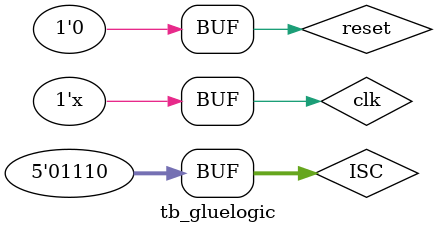
<source format=v>
`timescale 1ns / 1ps


module tb_gluelogic;

	// Inputs
	reg clk;
	reg reset;
	reg [4:0] ISC;

	// Outputs
	wire [31:0] out_rl0;
	wire [31:0] out_rl1;
	wire [31:0] out_rl2;
	wire [31:0] out_rl3;
	wire [31:0] out_rl4;
	wire [31:0] out_rl5;
	wire [31:0] out_rl6;
	wire [31:0] out_rl7;
	wire [31:0] out_rl8;
	wire [31:0] out_rl9;
	wire [31:0] out_rl10;
	wire [31:0] out_rl11;
	wire [31:0] out_img0;
	wire [31:0] out_img1;
	wire [31:0] out_img2;
	wire [31:0] out_img3;
	wire [31:0] out_img4;
	wire [31:0] out_img5;
	wire [31:0] out_img6;
	wire [31:0] out_img7;
	wire [31:0] out_img8;
	wire [31:0] out_img9;
	wire [31:0] out_img10;
	wire [31:0] out_img11;

	// Instantiate the Unit Under Test (UUT)
	glue_logic uut (
		.clk(clk), 
		.reset(reset), 
		.ISC(ISC), 
		.out_rl0(out_rl0), 
		.out_rl1(out_rl1), 
		.out_rl2(out_rl2), 
		.out_rl3(out_rl3), 
		.out_rl4(out_rl4), 
		.out_rl5(out_rl5), 
		.out_rl6(out_rl6), 
		.out_rl7(out_rl7), 
		.out_rl8(out_rl8), 
		.out_rl9(out_rl9), 
		.out_rl10(out_rl10), 
		.out_rl11(out_rl11), 
		.out_img0(out_img0), 
		.out_img1(out_img1), 
		.out_img2(out_img2), 
		.out_img3(out_img3), 
		.out_img4(out_img4), 
		.out_img5(out_img5), 
		.out_img6(out_img6), 
		.out_img7(out_img7), 
		.out_img8(out_img8), 
		.out_img9(out_img9), 
		.out_img10(out_img10), 
		.out_img11(out_img11)
	);

	initial begin
		// Initialize Inputs
		clk = 1;
		reset = 1;#3;
		reset=0;
		ISC = 5'd14;
	end
	  always #5 clk=~clk;

endmodule


</source>
